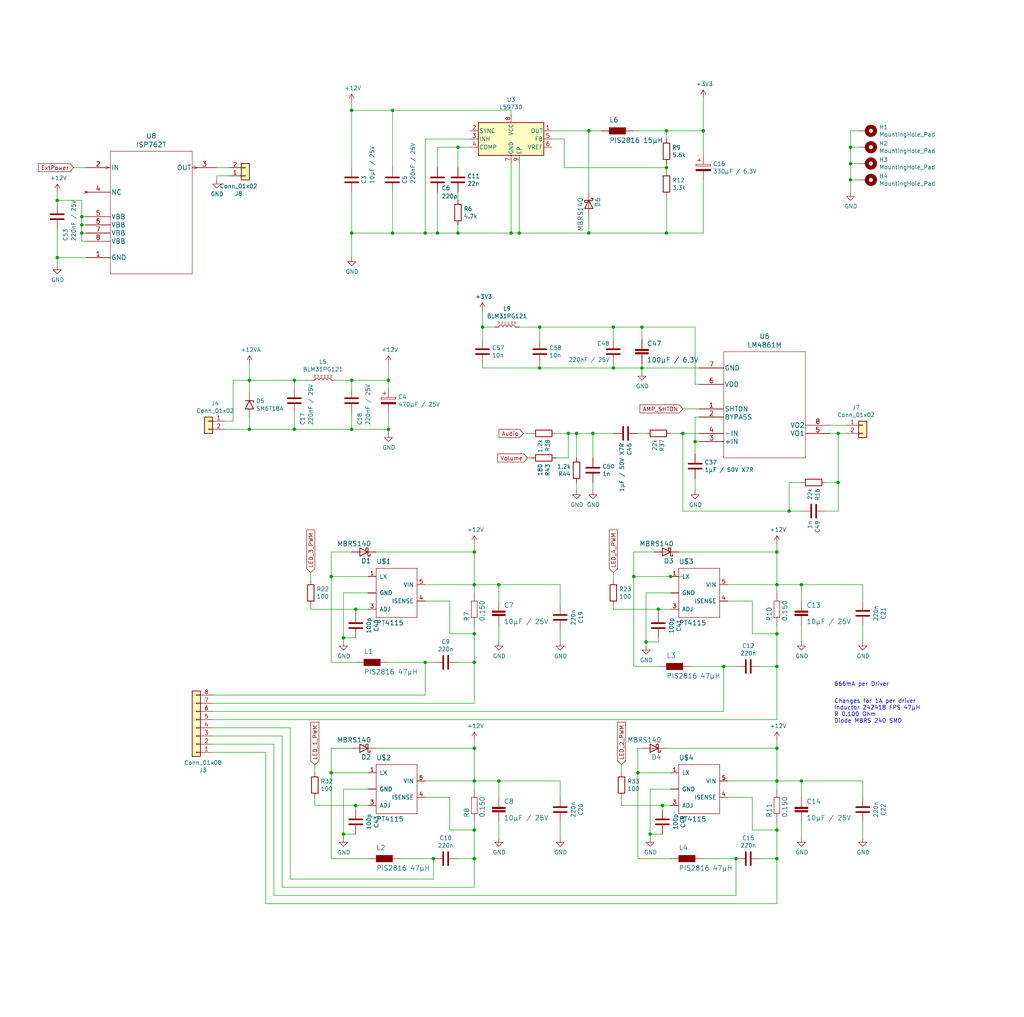
<source format=kicad_sch>
(kicad_sch (version 20230121) (generator eeschema)
  (paper "User" 318.084 315.874)
  (junction (at 147.32 196.85))
  (junction (at 176.53 134.62))
  (junction (at 184.15 134.62))
  (junction (at 77.47 133.35))
  (junction (at 241.3 207.01))
  (junction (at 135.89 72.39))
  (junction (at 207.01 52.07))
  (junction (at 77.47 118.11))
  (junction (at 241.3 181.61))
  (junction (at 109.22 34.29))
  (junction (at 190.5 114.3))
  (junction (at 25.4 67.31))
  (junction (at 102.87 240.03))
  (junction (at 241.3 171.45))
  (junction (at 224.79 207.01))
  (junction (at 215.9 137.16))
  (junction (at 25.4 69.85))
  (junction (at 149.86 101.6))
  (junction (at 17.78 80.01))
  (junction (at 154.94 181.61))
  (junction (at 190.5 101.6))
  (junction (at 200.66 199.39))
  (junction (at 167.64 101.6))
  (junction (at 142.24 45.72))
  (junction (at 199.39 101.6))
  (junction (at 212.09 134.62))
  (junction (at 260.35 134.62))
  (junction (at 102.87 179.07))
  (junction (at 167.64 114.3))
  (junction (at 109.22 72.39))
  (junction (at 218.44 40.64))
  (junction (at 121.92 72.39))
  (junction (at 208.28 179.07))
  (junction (at 207.01 72.39))
  (junction (at 207.01 40.64))
  (junction (at 241.3 266.7))
  (junction (at 228.6 266.7))
  (junction (at 264.16 45.72))
  (junction (at 147.32 257.81))
  (junction (at 110.49 189.23))
  (junction (at 158.75 72.39))
  (junction (at 241.3 232.41))
  (junction (at 205.74 250.19))
  (junction (at 17.78 62.23))
  (junction (at 120.65 118.11))
  (junction (at 147.32 205.74))
  (junction (at 91.44 133.35))
  (junction (at 260.35 149.86))
  (junction (at 121.92 34.29))
  (junction (at 109.22 133.35))
  (junction (at 196.85 179.07))
  (junction (at 154.94 242.57))
  (junction (at 147.32 242.57))
  (junction (at 147.32 232.41))
  (junction (at 179.07 134.62))
  (junction (at 132.08 72.39))
  (junction (at 199.39 114.3))
  (junction (at 147.32 181.61))
  (junction (at 204.47 189.23))
  (junction (at 142.24 72.39))
  (junction (at 120.65 133.35))
  (junction (at 161.29 72.39))
  (junction (at 25.4 72.39))
  (junction (at 106.68 198.12))
  (junction (at 264.16 50.8))
  (junction (at 147.32 266.7))
  (junction (at 132.08 205.74))
  (junction (at 248.92 242.57))
  (junction (at 109.22 118.11))
  (junction (at 248.92 181.61))
  (junction (at 182.88 72.39))
  (junction (at 201.93 259.08))
  (junction (at 110.49 250.19))
  (junction (at 198.12 240.03))
  (junction (at 134.62 266.7))
  (junction (at 241.3 196.85))
  (junction (at 106.68 259.08))
  (junction (at 245.11 158.75))
  (junction (at 241.3 257.81))
  (junction (at 147.32 171.45))
  (junction (at 91.44 118.11))
  (junction (at 264.16 55.88))
  (junction (at 241.3 242.57))
  (junction (at 182.88 40.64))
  (wire (pts (xy 248.92 194.31) (xy 248.92 199.39)))
  (wire (pts (xy 132.08 242.57) (xy 147.32 242.57)))
  (wire (pts (xy 142.24 59.69) (xy 142.24 62.23)))
  (wire (pts (xy 121.92 34.29) (xy 121.92 52.07)))
  (wire (pts (xy 208.28 266.7) (xy 198.12 266.7)))
  (wire (pts (xy 173.99 181.61) (xy 154.94 181.61)))
  (wire (pts (xy 233.68 247.65) (xy 226.06 247.65)))
  (wire (pts (xy 110.49 190.5) (xy 110.49 189.23)))
  (wire (pts (xy 173.99 255.27) (xy 173.99 260.35)))
  (wire (pts (xy 147.32 194.31) (xy 147.32 196.85)))
  (wire (pts (xy 248.92 181.61) (xy 241.3 181.61)))
  (wire (pts (xy 26.67 67.31) (xy 25.4 67.31)))
  (wire (pts (xy 241.3 184.15) (xy 241.3 181.61)))
  (wire (pts (xy 147.32 196.85) (xy 147.32 205.74)))
  (wire (pts (xy 66.04 220.98) (xy 224.79 220.98)))
  (wire (pts (xy 190.5 180.34) (xy 190.5 177.8)))
  (wire (pts (xy 109.22 128.27) (xy 109.22 133.35)))
  (wire (pts (xy 66.04 231.14) (xy 85.09 231.14)))
  (wire (pts (xy 215.9 129.54) (xy 215.9 137.16)))
  (wire (pts (xy 161.29 72.39) (xy 182.88 72.39)))
  (wire (pts (xy 97.79 250.19) (xy 97.79 247.65)))
  (wire (pts (xy 196.85 179.07) (xy 196.85 171.45)))
  (wire (pts (xy 116.84 171.45) (xy 147.32 171.45)))
  (wire (pts (xy 121.92 72.39) (xy 132.08 72.39)))
  (wire (pts (xy 226.06 242.57) (xy 241.3 242.57)))
  (wire (pts (xy 161.29 101.6) (xy 167.64 101.6)))
  (wire (pts (xy 267.97 194.31) (xy 267.97 199.39)))
  (wire (pts (xy 233.68 186.69) (xy 233.68 196.85)))
  (wire (pts (xy 205.74 259.08) (xy 201.93 259.08)))
  (wire (pts (xy 135.89 59.69) (xy 135.89 72.39)))
  (wire (pts (xy 102.87 232.41) (xy 109.22 232.41)))
  (wire (pts (xy 190.5 114.3) (xy 167.64 114.3)))
  (wire (pts (xy 149.86 105.41) (xy 149.86 101.6)))
  (wire (pts (xy 190.5 189.23) (xy 204.47 189.23)))
  (wire (pts (xy 264.16 55.88) (xy 266.7 55.88)))
  (wire (pts (xy 173.99 247.65) (xy 173.99 242.57)))
  (wire (pts (xy 207.01 40.64) (xy 218.44 40.64)))
  (wire (pts (xy 147.32 229.87) (xy 147.32 232.41)))
  (wire (pts (xy 215.9 140.97) (xy 215.9 137.16)))
  (wire (pts (xy 165.1 142.24) (xy 163.83 142.24)))
  (wire (pts (xy 114.3 245.11) (xy 106.68 245.11)))
  (wire (pts (xy 106.68 245.11) (xy 106.68 259.08)))
  (wire (pts (xy 256.54 149.86) (xy 260.35 149.86)))
  (wire (pts (xy 153.67 101.6) (xy 149.86 101.6)))
  (wire (pts (xy 173.99 187.96) (xy 173.99 181.61)))
  (wire (pts (xy 26.67 80.01) (xy 17.78 80.01)))
  (wire (pts (xy 114.3 179.07) (xy 102.87 179.07)))
  (wire (pts (xy 72.39 118.11) (xy 77.47 118.11)))
  (wire (pts (xy 91.44 128.27) (xy 91.44 133.35)))
  (wire (pts (xy 139.7 247.65) (xy 132.08 247.65)))
  (wire (pts (xy 154.94 247.65) (xy 154.94 242.57)))
  (wire (pts (xy 17.78 62.23) (xy 25.4 62.23)))
  (wire (pts (xy 233.68 196.85) (xy 241.3 196.85)))
  (wire (pts (xy 158.75 35.56) (xy 158.75 34.29)))
  (wire (pts (xy 198.12 266.7) (xy 198.12 240.03)))
  (wire (pts (xy 110.49 198.12) (xy 106.68 198.12)))
  (wire (pts (xy 207.01 43.18) (xy 207.01 40.64)))
  (wire (pts (xy 104.14 118.11) (xy 109.22 118.11)))
  (wire (pts (xy 114.3 266.7) (xy 102.87 266.7)))
  (wire (pts (xy 233.68 257.81) (xy 233.68 247.65)))
  (wire (pts (xy 217.17 114.3) (xy 199.39 114.3)))
  (wire (pts (xy 262.89 134.62) (xy 260.35 134.62)))
  (wire (pts (xy 109.22 120.65) (xy 109.22 118.11)))
  (wire (pts (xy 172.72 142.24) (xy 176.53 142.24)))
  (wire (pts (xy 69.85 130.81) (xy 72.39 130.81)))
  (wire (pts (xy 77.47 133.35) (xy 91.44 133.35)))
  (wire (pts (xy 205.74 251.46) (xy 205.74 250.19)))
  (wire (pts (xy 102.87 240.03) (xy 102.87 266.7)))
  (wire (pts (xy 114.3 240.03) (xy 102.87 240.03)))
  (wire (pts (xy 241.3 257.81) (xy 233.68 257.81)))
  (wire (pts (xy 147.32 257.81) (xy 147.32 266.7)))
  (wire (pts (xy 67.31 54.61) (xy 71.12 54.61)))
  (wire (pts (xy 120.65 118.11) (xy 120.65 120.65)))
  (wire (pts (xy 193.04 250.19) (xy 193.04 247.65)))
  (wire (pts (xy 66.04 228.6) (xy 87.63 228.6)))
  (wire (pts (xy 90.17 273.05) (xy 134.62 273.05)))
  (wire (pts (xy 260.35 158.75) (xy 260.35 149.86)))
  (wire (pts (xy 186.69 40.64) (xy 182.88 40.64)))
  (wire (pts (xy 102.87 179.07) (xy 102.87 205.74)))
  (wire (pts (xy 199.39 114.3) (xy 199.39 115.57)))
  (wire (pts (xy 154.94 186.69) (xy 154.94 181.61)))
  (wire (pts (xy 149.86 101.6) (xy 149.86 96.52)))
  (wire (pts (xy 77.47 118.11) (xy 91.44 118.11)))
  (wire (pts (xy 190.5 105.41) (xy 190.5 101.6)))
  (wire (pts (xy 241.3 245.11) (xy 241.3 242.57)))
  (wire (pts (xy 132.08 72.39) (xy 135.89 72.39)))
  (wire (pts (xy 25.4 69.85) (xy 25.4 67.31)))
  (wire (pts (xy 212.09 158.75) (xy 212.09 134.62)))
  (wire (pts (xy 175.26 52.07) (xy 207.01 52.07)))
  (wire (pts (xy 26.67 69.85) (xy 25.4 69.85)))
  (wire (pts (xy 161.29 50.8) (xy 161.29 72.39)))
  (wire (pts (xy 182.88 67.31) (xy 182.88 72.39)))
  (wire (pts (xy 154.94 255.27) (xy 154.94 260.35)))
  (wire (pts (xy 110.49 251.46) (xy 110.49 250.19)))
  (wire (pts (xy 147.32 184.15) (xy 147.32 181.61)))
  (wire (pts (xy 120.65 128.27) (xy 120.65 133.35)))
  (wire (pts (xy 214.63 207.01) (xy 224.79 207.01)))
  (wire (pts (xy 241.3 223.52) (xy 241.3 207.01)))
  (wire (pts (xy 190.5 187.96) (xy 190.5 189.23)))
  (wire (pts (xy 158.75 72.39) (xy 161.29 72.39)))
  (wire (pts (xy 226.06 186.69) (xy 233.68 186.69)))
  (wire (pts (xy 147.32 196.85) (xy 139.7 196.85)))
  (wire (pts (xy 199.39 113.03) (xy 199.39 114.3)))
  (wire (pts (xy 121.92 34.29) (xy 109.22 34.29)))
  (wire (pts (xy 207.01 72.39) (xy 218.44 72.39)))
  (wire (pts (xy 109.22 59.69) (xy 109.22 72.39)))
  (wire (pts (xy 215.9 152.4) (xy 215.9 148.59)))
  (wire (pts (xy 204.47 190.5) (xy 204.47 189.23)))
  (wire (pts (xy 267.97 242.57) (xy 267.97 247.65)))
  (wire (pts (xy 200.66 199.39) (xy 200.66 200.66)))
  (wire (pts (xy 175.26 43.18) (xy 175.26 52.07)))
  (wire (pts (xy 17.78 71.12) (xy 17.78 80.01)))
  (wire (pts (xy 102.87 179.07) (xy 102.87 171.45)))
  (wire (pts (xy 154.94 242.57) (xy 147.32 242.57)))
  (wire (pts (xy 264.16 45.72) (xy 266.7 45.72)))
  (wire (pts (xy 132.08 205.74) (xy 132.08 215.9)))
  (wire (pts (xy 212.09 134.62) (xy 217.17 134.62)))
  (wire (pts (xy 71.12 52.07) (xy 67.31 52.07)))
  (wire (pts (xy 215.9 137.16) (xy 217.17 137.16)))
  (wire (pts (xy 114.3 189.23) (xy 110.49 189.23)))
  (wire (pts (xy 66.04 226.06) (xy 90.17 226.06)))
  (wire (pts (xy 208.28 179.07) (xy 196.85 179.07)))
  (wire (pts (xy 182.88 72.39) (xy 207.01 72.39)))
  (wire (pts (xy 96.52 180.34) (xy 96.52 177.8)))
  (wire (pts (xy 201.93 245.11) (xy 201.93 259.08)))
  (wire (pts (xy 218.44 266.7) (xy 228.6 266.7)))
  (wire (pts (xy 245.11 158.75) (xy 212.09 158.75)))
  (wire (pts (xy 147.32 232.41) (xy 147.32 242.57)))
  (wire (pts (xy 87.63 228.6) (xy 87.63 275.59)))
  (wire (pts (xy 267.97 186.69) (xy 267.97 181.61)))
  (wire (pts (xy 120.65 133.35) (xy 120.65 134.62)))
  (wire (pts (xy 97.79 240.03) (xy 97.79 237.49)))
  (wire (pts (xy 184.15 152.4) (xy 184.15 149.86)))
  (wire (pts (xy 17.78 80.01) (xy 17.78 82.55)))
  (wire (pts (xy 67.31 55.88) (xy 67.31 54.61)))
  (wire (pts (xy 25.4 67.31) (xy 25.4 62.23)))
  (wire (pts (xy 208.28 134.62) (xy 212.09 134.62)))
  (wire (pts (xy 66.04 233.68) (xy 82.55 233.68)))
  (wire (pts (xy 217.17 119.38) (xy 215.9 119.38)))
  (wire (pts (xy 109.22 31.75) (xy 109.22 34.29)))
  (wire (pts (xy 154.94 194.31) (xy 154.94 199.39)))
  (wire (pts (xy 110.49 205.74) (xy 102.87 205.74)))
  (wire (pts (xy 204.47 198.12) (xy 204.47 199.39)))
  (wire (pts (xy 121.92 34.29) (xy 158.75 34.29)))
  (wire (pts (xy 116.84 232.41) (xy 147.32 232.41)))
  (wire (pts (xy 132.08 181.61) (xy 147.32 181.61)))
  (wire (pts (xy 121.92 72.39) (xy 109.22 72.39)))
  (wire (pts (xy 171.45 43.18) (xy 175.26 43.18)))
  (wire (pts (xy 147.32 255.27) (xy 147.32 257.81)))
  (wire (pts (xy 241.3 257.81) (xy 241.3 266.7)))
  (wire (pts (xy 248.92 158.75) (xy 245.11 158.75)))
  (wire (pts (xy 218.44 48.26) (xy 218.44 40.64)))
  (wire (pts (xy 241.3 232.41) (xy 241.3 242.57)))
  (wire (pts (xy 179.07 134.62) (xy 184.15 134.62)))
  (wire (pts (xy 264.16 55.88) (xy 264.16 50.8)))
  (wire (pts (xy 241.3 196.85) (xy 241.3 207.01)))
  (wire (pts (xy 135.89 72.39) (xy 142.24 72.39)))
  (wire (pts (xy 147.32 171.45) (xy 147.32 181.61)))
  (wire (pts (xy 91.44 118.11) (xy 96.52 118.11)))
  (wire (pts (xy 120.65 205.74) (xy 132.08 205.74)))
  (wire (pts (xy 190.5 113.03) (xy 190.5 114.3)))
  (wire (pts (xy 218.44 30.48) (xy 218.44 40.64)))
  (wire (pts (xy 142.24 72.39) (xy 158.75 72.39)))
  (wire (pts (xy 201.93 260.35) (xy 201.93 259.08)))
  (wire (pts (xy 205.74 250.19) (xy 208.28 250.19)))
  (wire (pts (xy 196.85 40.64) (xy 207.01 40.64)))
  (wire (pts (xy 146.05 43.18) (xy 132.08 43.18)))
  (wire (pts (xy 139.7 257.81) (xy 139.7 247.65)))
  (wire (pts (xy 167.64 113.03) (xy 167.64 114.3)))
  (wire (pts (xy 82.55 233.68) (xy 82.55 280.67)))
  (wire (pts (xy 167.64 105.41) (xy 167.64 101.6)))
  (wire (pts (xy 171.45 40.64) (xy 182.88 40.64)))
  (wire (pts (xy 132.08 43.18) (xy 132.08 72.39)))
  (wire (pts (xy 245.11 158.75) (xy 245.11 149.86)))
  (wire (pts (xy 260.35 134.62) (xy 257.81 134.62)))
  (wire (pts (xy 91.44 120.65) (xy 91.44 118.11)))
  (wire (pts (xy 25.4 74.93) (xy 25.4 72.39)))
  (wire (pts (xy 110.49 250.19) (xy 114.3 250.19)))
  (wire (pts (xy 210.82 171.45) (xy 241.3 171.45)))
  (wire (pts (xy 109.22 133.35) (xy 120.65 133.35)))
  (wire (pts (xy 217.17 129.54) (xy 215.9 129.54)))
  (wire (pts (xy 85.09 278.13) (xy 228.6 278.13)))
  (wire (pts (xy 132.08 215.9) (xy 66.04 215.9)))
  (wire (pts (xy 85.09 231.14) (xy 85.09 278.13)))
  (wire (pts (xy 208.28 245.11) (xy 201.93 245.11)))
  (wire (pts (xy 120.65 113.03) (xy 120.65 118.11)))
  (wire (pts (xy 193.04 250.19) (xy 205.74 250.19)))
  (wire (pts (xy 204.47 189.23) (xy 208.28 189.23)))
  (wire (pts (xy 204.47 199.39) (xy 200.66 199.39)))
  (wire (pts (xy 241.3 207.01) (xy 236.22 207.01)))
  (wire (pts (xy 96.52 187.96) (xy 96.52 189.23)))
  (wire (pts (xy 203.2 171.45) (xy 196.85 171.45)))
  (wire (pts (xy 142.24 52.07) (xy 142.24 45.72)))
  (wire (pts (xy 87.63 275.59) (xy 147.32 275.59)))
  (wire (pts (xy 90.17 226.06) (xy 90.17 273.05)))
  (wire (pts (xy 17.78 63.5) (xy 17.78 62.23)))
  (wire (pts (xy 147.32 168.91) (xy 147.32 171.45)))
  (wire (pts (xy 91.44 133.35) (xy 109.22 133.35)))
  (wire (pts (xy 139.7 186.69) (xy 132.08 186.69)))
  (wire (pts (xy 132.08 205.74) (xy 134.62 205.74)))
  (wire (pts (xy 267.97 260.35) (xy 267.97 255.27)))
  (wire (pts (xy 248.92 247.65) (xy 248.92 242.57)))
  (wire (pts (xy 226.06 181.61) (xy 241.3 181.61)))
  (wire (pts (xy 134.62 273.05) (xy 134.62 266.7)))
  (wire (pts (xy 248.92 255.27) (xy 248.92 260.35)))
  (wire (pts (xy 267.97 181.61) (xy 248.92 181.61)))
  (wire (pts (xy 77.47 121.92) (xy 77.47 118.11)))
  (wire (pts (xy 208.28 184.15) (xy 200.66 184.15)))
  (wire (pts (xy 207.01 232.41) (xy 241.3 232.41)))
  (wire (pts (xy 190.5 101.6) (xy 199.39 101.6)))
  (wire (pts (xy 149.86 114.3) (xy 149.86 113.03)))
  (wire (pts (xy 142.24 69.85) (xy 142.24 72.39)))
  (wire (pts (xy 264.16 45.72) (xy 264.16 40.64)))
  (wire (pts (xy 200.66 184.15) (xy 200.66 199.39)))
  (wire (pts (xy 66.04 218.44) (xy 147.32 218.44)))
  (wire (pts (xy 77.47 133.35) (xy 69.85 133.35)))
  (wire (pts (xy 22.86 52.07) (xy 26.67 52.07)))
  (wire (pts (xy 200.66 134.62) (xy 198.12 134.62)))
  (wire (pts (xy 173.99 199.39) (xy 173.99 195.58)))
  (wire (pts (xy 212.09 127) (xy 217.17 127)))
  (wire (pts (xy 142.24 45.72) (xy 146.05 45.72)))
  (wire (pts (xy 207.01 60.96) (xy 207.01 72.39)))
  (wire (pts (xy 241.3 255.27) (xy 241.3 257.81)))
  (wire (pts (xy 102.87 240.03) (xy 102.87 232.41)))
  (wire (pts (xy 172.72 134.62) (xy 176.53 134.62)))
  (wire (pts (xy 72.39 130.81) (xy 72.39 118.11)))
  (wire (pts (xy 110.49 259.08) (xy 106.68 259.08)))
  (wire (pts (xy 134.62 266.7) (xy 124.46 266.7)))
  (wire (pts (xy 147.32 245.11) (xy 147.32 242.57)))
  (wire (pts (xy 215.9 101.6) (xy 215.9 119.38)))
  (wire (pts (xy 109.22 118.11) (xy 120.65 118.11)))
  (wire (pts (xy 241.3 266.7) (xy 236.22 266.7)))
  (wire (pts (xy 248.92 242.57) (xy 267.97 242.57)))
  (wire (pts (xy 241.3 171.45) (xy 241.3 181.61)))
  (wire (pts (xy 142.24 266.7) (xy 147.32 266.7)))
  (wire (pts (xy 17.78 62.23) (xy 17.78 59.69)))
  (wire (pts (xy 179.07 149.86) (xy 179.07 152.4)))
  (wire (pts (xy 260.35 149.86) (xy 260.35 134.62)))
  (wire (pts (xy 139.7 196.85) (xy 139.7 186.69)))
  (wire (pts (xy 109.22 34.29) (xy 109.22 52.07)))
  (wire (pts (xy 114.3 184.15) (xy 106.68 184.15)))
  (wire (pts (xy 264.16 59.69) (xy 264.16 55.88)))
  (wire (pts (xy 248.92 186.69) (xy 248.92 181.61)))
  (wire (pts (xy 256.54 158.75) (xy 260.35 158.75)))
  (wire (pts (xy 167.64 101.6) (xy 190.5 101.6)))
  (wire (pts (xy 135.89 52.07) (xy 135.89 45.72)))
  (wire (pts (xy 264.16 50.8) (xy 266.7 50.8)))
  (wire (pts (xy 66.04 223.52) (xy 241.3 223.52)))
  (wire (pts (xy 224.79 220.98) (xy 224.79 207.01)))
  (wire (pts (xy 25.4 72.39) (xy 25.4 69.85)))
  (wire (pts (xy 198.12 240.03) (xy 198.12 232.41)))
  (wire (pts (xy 77.47 118.11) (xy 77.47 113.03)))
  (wire (pts (xy 208.28 240.03) (xy 198.12 240.03)))
  (wire (pts (xy 158.75 50.8) (xy 158.75 72.39)))
  (wire (pts (xy 190.5 114.3) (xy 199.39 114.3)))
  (wire (pts (xy 167.64 114.3) (xy 149.86 114.3)))
  (wire (pts (xy 241.3 280.67) (xy 241.3 266.7)))
  (wire (pts (xy 106.68 184.15) (xy 106.68 198.12)))
  (wire (pts (xy 97.79 250.19) (xy 110.49 250.19)))
  (wire (pts (xy 184.15 142.24) (xy 184.15 134.62)))
  (wire (pts (xy 264.16 40.64) (xy 266.7 40.64)))
  (wire (pts (xy 204.47 207.01) (xy 196.85 207.01)))
  (wire (pts (xy 82.55 280.67) (xy 241.3 280.67)))
  (wire (pts (xy 154.94 181.61) (xy 147.32 181.61)))
  (wire (pts (xy 26.67 74.93) (xy 25.4 74.93)))
  (wire (pts (xy 106.68 198.12) (xy 106.68 199.39)))
  (wire (pts (xy 147.32 205.74) (xy 142.24 205.74)))
  (wire (pts (xy 176.53 142.24) (xy 176.53 134.62)))
  (wire (pts (xy 248.92 242.57) (xy 241.3 242.57)))
  (wire (pts (xy 241.3 168.91) (xy 241.3 171.45)))
  (wire (pts (xy 147.32 257.81) (xy 139.7 257.81)))
  (wire (pts (xy 199.39 232.41) (xy 198.12 232.41)))
  (wire (pts (xy 135.89 45.72) (xy 142.24 45.72)))
  (wire (pts (xy 218.44 55.88) (xy 218.44 72.39)))
  (wire (pts (xy 147.32 275.59) (xy 147.32 266.7)))
  (wire (pts (xy 207.01 52.07) (xy 207.01 53.34)))
  (wire (pts (xy 241.3 229.87) (xy 241.3 232.41)))
  (wire (pts (xy 228.6 278.13) (xy 228.6 266.7)))
  (wire (pts (xy 199.39 101.6) (xy 215.9 101.6)))
  (wire (pts (xy 121.92 59.69) (xy 121.92 72.39)))
  (wire (pts (xy 102.87 171.45) (xy 109.22 171.45)))
  (wire (pts (xy 224.79 207.01) (xy 228.6 207.01)))
  (wire (pts (xy 182.88 59.69) (xy 182.88 40.64)))
  (wire (pts (xy 248.92 149.86) (xy 245.11 149.86)))
  (wire (pts (xy 109.22 72.39) (xy 109.22 80.01)))
  (wire (pts (xy 173.99 242.57) (xy 154.94 242.57)))
  (wire (pts (xy 165.1 134.62) (xy 162.56 134.62)))
  (wire (pts (xy 176.53 134.62) (xy 179.07 134.62)))
  (wire (pts (xy 212.09 179.07) (xy 208.28 179.07)))
  (wire (pts (xy 110.49 189.23) (xy 96.52 189.23)))
  (wire (pts (xy 241.3 194.31) (xy 241.3 196.85)))
  (wire (pts (xy 264.16 50.8) (xy 264.16 45.72)))
  (wire (pts (xy 207.01 50.8) (xy 207.01 52.07)))
  (wire (pts (xy 179.07 142.24) (xy 179.07 134.62)))
  (wire (pts (xy 26.67 72.39) (xy 25.4 72.39)))
  (wire (pts (xy 262.89 132.08) (xy 257.81 132.08)))
  (wire (pts (xy 196.85 179.07) (xy 196.85 207.01)))
  (wire (pts (xy 106.68 259.08) (xy 106.68 260.35)))
  (wire (pts (xy 77.47 129.54) (xy 77.47 133.35)))
  (wire (pts (xy 184.15 134.62) (xy 190.5 134.62)))
  (wire (pts (xy 193.04 240.03) (xy 193.04 237.49)))
  (wire (pts (xy 147.32 218.44) (xy 147.32 205.74)))
  (wire (pts (xy 199.39 105.41) (xy 199.39 101.6)))
  (text "Changes for 1A per driver\nInductor 242418 FPS 47µH\nR 0.100 Ohm\nDiode MBRS 240 SMD" (at 259.08 224.79 0) (effects (font (size 1.27 1.27)) (justify left bottom)))
  (text "666mA per Driver " (at 259.08 213.36 0) (effects (font (size 1.27 1.27)) (justify left bottom)))
  (global_label "AMP_SHTDN" (shape input) (at 212.09 127 180) (property "Intersheetrefs" "${INTERSHEET_REFS}" (effects hide)))
  (global_label "LED_1_PWM" (shape input) (at 97.79 237.49 90) (property "Intersheetrefs" "${INTERSHEET_REFS}" (effects hide)))
  (global_label "LED_3_PWM" (shape input) (at 96.52 177.8 90) (property "Intersheetrefs" "${INTERSHEET_REFS}" (effects hide)))
  (global_label "ExtPower" (shape input) (at 22.86 52.07 180) (property "Intersheetrefs" "${INTERSHEET_REFS}" (effects hide)))
  (global_label "Audio" (shape input) (at 162.56 134.62 180) (property "Intersheetrefs" "${INTERSHEET_REFS}" (effects hide)))
  (global_label "LED_4_PWM" (shape input) (at 190.5 177.8 90) (property "Intersheetrefs" "${INTERSHEET_REFS}" (effects hide)))
  (global_label "LED_2_PWM" (shape input) (at 193.04 237.49 90) (property "Intersheetrefs" "${INTERSHEET_REFS}" (effects hide)))
  (global_label "Volume" (shape input) (at 163.83 142.24 180) (property "Intersheetrefs" "${INTERSHEET_REFS}" (effects hide)))
  (symbol (lib_id "RGBW-Lampe-eagle-import:C-EUC0805") (at 154.94 189.23 0) (unit 1)
    (property "Reference" "C7" (at 156.464 188.849 0) (effects (font (size 1.4986 1.4986)) (justify left bottom)))
    (property "Value" "10µF / 25V" (at 156.464 193.929 0) (effects (font (size 1.4986 1.4986)) (justify left bottom)))
    (property "Footprint" "Capacitor_SMD:C_1206_3216Metric" (effects hide))
  )
  (symbol (lib_id "Diode:B230") (at 113.03 171.45 180) (unit 1)
    (property "Reference" "D1" (at 115.316 173.355 0) (effects (font (size 1.4986 1.4986)) (justify left bottom)))
    (property "Value" "MBRS140" (at 115.316 168.021 0) (effects (font (size 1.4986 1.4986)) (justify left bottom)))
    (property "Footprint" "Diode_SMD:D_SMB" (effects hide))
  )
  (symbol (lib_id "RGBW-Lampe-eagle-import:C-EUC0805") (at 248.92 189.23 0) (unit 1)
    (property "Reference" "C13" (at 250.444 188.849 0) (effects (font (size 1.4986 1.4986)) (justify left bottom)))
    (property "Value" "10µF / 25V" (at 250.444 193.929 0) (effects (font (size 1.4986 1.4986)) (justify left bottom)))
    (property "Footprint" "Capacitor_SMD:C_1206_3216Metric" (effects hide))
  )
  (symbol (lib_id "RGBW-Lampe-eagle-import:C-EUC0805") (at 248.92 250.19 0) (unit 1)
    (property "Reference" "C14" (at 250.444 249.809 0) (effects (font (size 1.4986 1.4986)) (justify left bottom)))
    (property "Value" "10µF / 25V" (at 250.444 254.889 0) (effects (font (size 1.4986 1.4986)) (justify left bottom)))
    (property "Footprint" "Capacitor_SMD:C_1206_3216Metric" (effects hide))
  )
  (symbol (lib_id "RGBW-Lampe-eagle-import:PIS2816") (at 213.36 266.7 0) (unit 1)
    (property "Reference" "L4" (at 210.82 264.16 0) (effects (font (size 1.4986 1.4986)) (justify left bottom)))
    (property "Value" "PIS2816 47µH" (at 210.82 270.51 0) (effects (font (size 1.4986 1.4986)) (justify left bottom)))
    (property "Footprint" "RGBW-Lampe:PIS2816" (effects hide))
  )
  (symbol (lib_id "RGBW-Lampe-eagle-import:R-EU_R1210") (at 147.32 189.23 90) (unit 1)
    (property "Reference" "R7" (at 145.8214 193.04 0) (effects (font (size 1.4986 1.4986)) (justify left bottom)))
    (property "Value" "0.150" (at 150.622 193.04 0) (effects (font (size 1.4986 1.4986)) (justify left bottom)))
    (property "Footprint" "Resistor_SMD:R_1210_3225Metric" (effects hide))
  )
  (symbol (lib_id "Regulator_Switching:L5973D") (at 158.75 43.18 0) (unit 1)
    (property "Reference" "U3" (at 158.75 30.9626 0))
    (property "Value" "L5973D" (at 158.75 33.274 0))
    (property "Footprint" "Package_SO:HSOP-8-1EP_3.9x4.9mm_P1.27mm_EP2.41x3.1mm_ThermalVias" (effects hide))
    (property "Datasheet" "http://www.st.com/resource/en/datasheet/l5973d.pdf" (effects hide))
  )
  (symbol (lib_id "power:+12V") (at 109.22 31.75 0) (unit 1)
    (property "Reference" "#PWR0120" (effects hide))
    (property "Value" "+12V" (at 109.601 27.3558 0))
  )
  (symbol (lib_id "power:+12V") (at 147.32 229.87 0) (unit 1)
    (property "Reference" "#PWR0121" (effects hide))
    (property "Value" "+12V" (at 147.701 225.4758 0))
  )
  (symbol (lib_id "RGBW-Lampe-rescue:+3.3V-power") (at 218.44 30.48 0) (unit 1)
    (property "Reference" "#PWR0122" (effects hide))
    (property "Value" "+3.3V" (at 218.821 26.0858 0))
  )
  (symbol (lib_id "RGBW-Lampe-eagle-import:PIS2816") (at 191.77 40.64 0) (unit 1)
    (property "Reference" "L6" (at 189.23 38.1 0) (effects (font (size 1.4986 1.4986)) (justify left bottom)))
    (property "Value" "PIS2816 15µH" (at 189.23 44.45 0) (effects (font (size 1.4986 1.4986)) (justify left bottom)))
    (property "Footprint" "RGBW-Lampe:PIS2816" (effects hide))
  )
  (symbol (lib_id "Device:R") (at 207.01 46.99 0) (unit 1)
    (property "Reference" "R9" (at 208.788 45.8216 0) (effects (justify left)))
    (property "Value" "5.6k" (at 208.788 48.133 0) (effects (justify left)))
    (property "Footprint" "Resistor_SMD:R_0805_2012Metric" (effects hide))
  )
  (symbol (lib_id "Device:R") (at 207.01 57.15 0) (unit 1)
    (property "Reference" "R12" (at 208.788 55.9816 0) (effects (justify left)))
    (property "Value" "3.3k" (at 208.788 58.293 0) (effects (justify left)))
    (property "Footprint" "Resistor_SMD:R_0805_2012Metric" (effects hide))
  )
  (symbol (lib_id "Device:R") (at 142.24 66.04 0) (unit 1)
    (property "Reference" "R6" (at 144.018 64.8716 0) (effects (justify left)))
    (property "Value" "4.7k" (at 144.018 67.183 0) (effects (justify left)))
    (property "Footprint" "Resistor_SMD:R_0805_2012Metric" (effects hide))
  )
  (symbol (lib_id "RGBW-Lampe-rescue:CP-Device") (at 218.44 52.07 0) (unit 1)
    (property "Reference" "C16" (at 221.4372 50.9016 0) (effects (justify left)))
    (property "Value" "330µF / 6.3V" (at 221.4372 53.213 0) (effects (justify left)))
    (property "Footprint" "Capacitor_THT:CP_Radial_D6.3mm_P2.50mm" (effects hide))
  )
  (symbol (lib_id "RGBW-Lampe-rescue:CP-Device") (at 120.65 124.46 0) (unit 1)
    (property "Reference" "C4" (at 123.6472 123.2916 0) (effects (justify left)))
    (property "Value" "470µF / 25V" (at 123.6472 125.603 0) (effects (justify left)))
    (property "Footprint" "Capacitor_THT:CP_Radial_D8.0mm_P3.50mm" (effects hide))
  )
  (symbol (lib_id "power:GND") (at 109.22 80.01 0) (unit 1)
    (property "Reference" "#PWR0130" (effects hide))
    (property "Value" "GND" (at 109.347 84.4042 0))
  )
  (symbol (lib_id "Device:C") (at 142.24 55.88 0) (unit 1)
    (property "Reference" "C11" (at 145.161 54.7116 0) (effects (justify left)))
    (property "Value" "22n" (at 145.161 57.023 0) (effects (justify left)))
    (property "Footprint" "Capacitor_SMD:C_0603_1608Metric" (effects hide))
  )
  (symbol (lib_id "Device:C") (at 135.89 55.88 0) (unit 1)
    (property "Reference" "C6" (at 137.16 58.42 0) (effects (justify left)))
    (property "Value" "220p" (at 137.16 60.96 0) (effects (justify left)))
    (property "Footprint" "Capacitor_SMD:C_0603_1608Metric" (effects hide))
  )
  (symbol (lib_id "Device:C") (at 109.22 55.88 0) (unit 1)
    (property "Reference" "C3" (at 113.03 57.15 90) (effects (justify left)))
    (property "Value" "10µF / 25V" (at 115.57 57.15 90) (effects (justify left)))
    (property "Footprint" "Capacitor_SMD:C_1206_3216Metric" (effects hide))
  )
  (symbol (lib_id "Device:C") (at 121.92 55.88 180) (unit 1)
    (property "Reference" "C5" (at 125.73 57.15 90) (effects (justify right)))
    (property "Value" "220nF / 25V" (at 128.27 57.15 90) (effects (justify right)))
    (property "Footprint" "Capacitor_SMD:C_0603_1608Metric" (effects hide))
  )
  (symbol (lib_id "Diode:B230") (at 207.01 171.45 180) (unit 1)
    (property "Reference" "D3" (at 209.296 173.355 0) (effects (font (size 1.4986 1.4986)) (justify left bottom)))
    (property "Value" "MBRS140" (at 209.296 168.021 0) (effects (font (size 1.4986 1.4986)) (justify left bottom)))
    (property "Footprint" "Diode_SMD:D_SMB" (effects hide))
  )
  (symbol (lib_id "Diode:B230") (at 182.88 63.5 270) (unit 1)
    (property "Reference" "D6" (at 184.785 61.214 0) (effects (font (size 1.4986 1.4986)) (justify left bottom)))
    (property "Value" "MBRS140" (at 179.451 61.214 0) (effects (font (size 1.4986 1.4986)) (justify left bottom)))
    (property "Footprint" "Diode_SMD:D_SMB" (effects hide))
  )
  (symbol (lib_id "Diode:B230") (at 113.03 232.41 180) (unit 1)
    (property "Reference" "D2" (at 115.316 234.315 0) (effects (font (size 1.4986 1.4986)) (justify left bottom)))
    (property "Value" "MBRS140" (at 115.316 228.981 0) (effects (font (size 1.4986 1.4986)) (justify left bottom)))
    (property "Footprint" "Diode_SMD:D_SMB" (effects hide))
  )
  (symbol (lib_id "Diode:B230") (at 203.2 232.41 180) (unit 1)
    (property "Reference" "D4" (at 205.486 234.315 0) (effects (font (size 1.4986 1.4986)) (justify left bottom)))
    (property "Value" "MBRS140" (at 205.486 228.981 0) (effects (font (size 1.4986 1.4986)) (justify left bottom)))
    (property "Footprint" "Diode_SMD:D_SMB" (effects hide))
  )
  (symbol (lib_id "RGBW-Lampe-rescue:SM6T18A-Diode") (at 77.47 125.73 270) (unit 1)
    (property "Reference" "D5" (at 79.502 124.5616 90) (effects (justify left)))
    (property "Value" "SM6T18A" (at 79.502 126.873 90) (effects (justify left)))
    (property "Footprint" "Diode_SMD:D_SMB" (effects hide))
    (property "Datasheet" "https://www.st.com/resource/en/datasheet/sm6t.pdf" (effects hide))
  )
  (symbol (lib_id "power:+12V") (at 120.65 113.03 0) (unit 1)
    (property "Reference" "#PWR0139" (effects hide))
    (property "Value" "+12V" (at 121.031 108.6358 0))
  )
  (symbol (lib_id "Mechanical:MountingHole_Pad") (at 269.24 55.88 270) (unit 1)
    (property "Reference" "H4" (at 273.05 54.7116 90) (effects (justify left)))
    (property "Value" "MountingHole_Pad" (at 273.05 57.023 90) (effects (justify left)))
    (property "Footprint" "MountingHole:MountingHole_3.2mm_M3_DIN965_Pad" (effects hide))
  )
  (symbol (lib_id "power:GND") (at 248.92 199.39 0) (unit 1)
    (property "Reference" "#PWR0140" (effects hide))
    (property "Value" "GND" (at 249.047 203.7842 0))
  )
  (symbol (lib_id "power:GND") (at 248.92 260.35 0) (unit 1)
    (property "Reference" "#PWR0141" (effects hide))
    (property "Value" "GND" (at 249.047 264.7442 0))
  )
  (symbol (lib_id "Device:C") (at 109.22 124.46 180) (unit 1)
    (property "Reference" "C18" (at 111.76 132.08 90) (effects (justify right)))
    (property "Value" "220nF / 25V" (at 114.3 132.08 90) (effects (justify right)))
    (property "Footprint" "Capacitor_SMD:C_0603_1608Metric" (effects hide))
  )
  (symbol (lib_id "Device:C") (at 91.44 124.46 180) (unit 1)
    (property "Reference" "C17" (at 93.98 132.08 90) (effects (justify right)))
    (property "Value" "220nF / 25V" (at 96.52 132.08 90) (effects (justify right)))
    (property "Footprint" "Capacitor_SMD:C_0603_1608Metric" (effects hide))
  )
  (symbol (lib_id "power:GND") (at 106.68 260.35 0) (unit 1)
    (property "Reference" "#PWR0149" (effects hide))
    (property "Value" "GND" (at 106.807 264.7442 0))
  )
  (symbol (lib_id "Mechanical:MountingHole_Pad") (at 269.24 50.8 270) (unit 1)
    (property "Reference" "H3" (at 273.05 49.6316 90) (effects (justify left)))
    (property "Value" "MountingHole_Pad" (at 273.05 51.943 90) (effects (justify left)))
    (property "Footprint" "MountingHole:MountingHole_3.2mm_M3_DIN965_Pad" (effects hide))
  )
  (symbol (lib_id "Mechanical:MountingHole_Pad") (at 269.24 45.72 270) (unit 1)
    (property "Reference" "H2" (at 273.05 44.5516 90) (effects (justify left)))
    (property "Value" "MountingHole_Pad" (at 273.05 46.863 90) (effects (justify left)))
    (property "Footprint" "MountingHole:MountingHole_3.2mm_M3_DIN965_Pad" (effects hide))
  )
  (symbol (lib_id "Mechanical:MountingHole_Pad") (at 269.24 40.64 270) (unit 1)
    (property "Reference" "H1" (at 273.05 39.4716 90) (effects (justify left)))
    (property "Value" "MountingHole_Pad" (at 273.05 41.783 90) (effects (justify left)))
    (property "Footprint" "MountingHole:MountingHole_3.2mm_M3_DIN965_Pad" (effects hide))
  )
  (symbol (lib_id "power:GND") (at 264.16 59.69 0) (unit 1)
    (property "Reference" "#PWR0157" (effects hide))
    (property "Value" "GND" (at 264.287 64.0842 0))
  )
  (symbol (lib_id "Device:C") (at 110.49 255.27 180) (unit 1)
    (property "Reference" "C43" (at 116.8908 255.27 90))
    (property "Value" "100p" (at 114.5794 255.27 90))
    (property "Footprint" "Capacitor_SMD:C_0603_1608Metric" (effects hide))
  )
  (symbol (lib_id "Device:R") (at 97.79 243.84 0) (unit 1)
    (property "Reference" "R32" (at 99.568 242.6716 0) (effects (justify left)))
    (property "Value" "100" (at 99.568 244.983 0) (effects (justify left)))
    (property "Footprint" "Resistor_SMD:R_0805_2012Metric" (effects hide))
  )
  (symbol (lib_id "power:GND") (at 106.68 199.39 0) (unit 1)
    (property "Reference" "#PWR0150" (effects hide))
    (property "Value" "GND" (at 106.807 203.7842 0))
  )
  (symbol (lib_id "power:GND") (at 154.94 260.35 0) (unit 1)
    (property "Reference" "#PWR0151" (effects hide))
    (property "Value" "GND" (at 155.067 264.7442 0))
  )
  (symbol (lib_id "power:GND") (at 154.94 199.39 0) (unit 1)
    (property "Reference" "#PWR0152" (effects hide))
    (property "Value" "GND" (at 155.067 203.7842 0))
  )
  (symbol (lib_id "power:+12V") (at 241.3 229.87 0) (unit 1)
    (property "Reference" "#PWR0153" (effects hide))
    (property "Value" "+12V" (at 241.681 225.4758 0))
  )
  (symbol (lib_id "power:+12V") (at 147.32 168.91 0) (unit 1)
    (property "Reference" "#PWR0154" (effects hide))
    (property "Value" "+12V" (at 147.701 164.5158 0))
  )
  (symbol (lib_id "power:+12V") (at 241.3 168.91 0) (unit 1)
    (property "Reference" "#PWR0155" (effects hide))
    (property "Value" "+12V" (at 241.681 164.5158 0))
  )
  (symbol (lib_id "Device:C") (at 173.99 191.77 180) (unit 1)
    (property "Reference" "C19" (at 180.3908 191.77 90))
    (property "Value" "220n" (at 178.0794 191.77 90))
    (property "Footprint" "Capacitor_SMD:C_0603_1608Metric" (effects hide))
  )
  (symbol (lib_id "Device:C") (at 267.97 190.5 180) (unit 1)
    (property "Reference" "C21" (at 274.3708 190.5 90))
    (property "Value" "220n" (at 272.0594 190.5 90))
    (property "Footprint" "Capacitor_SMD:C_0603_1608Metric" (effects hide))
  )
  (symbol (lib_id "Device:C") (at 267.97 251.46 180) (unit 1)
    (property "Reference" "C22" (at 274.3708 251.46 90))
    (property "Value" "220n" (at 272.0594 251.46 90))
    (property "Footprint" "Capacitor_SMD:C_0603_1608Metric" (effects hide))
  )
  (symbol (lib_id "Device:C") (at 173.99 251.46 180) (unit 1)
    (property "Reference" "C20" (at 180.3908 251.46 90))
    (property "Value" "220n" (at 178.0794 251.46 90))
    (property "Footprint" "Capacitor_SMD:C_0603_1608Metric" (effects hide))
  )
  (symbol (lib_id "power:GND") (at 173.99 260.35 0) (unit 1)
    (property "Reference" "#PWR0124" (effects hide))
    (property "Value" "GND" (at 174.117 264.7442 0))
  )
  (symbol (lib_id "power:GND") (at 173.99 199.39 0) (unit 1)
    (property "Reference" "#PWR0125" (effects hide))
    (property "Value" "GND" (at 174.117 203.7842 0))
  )
  (symbol (lib_id "power:GND") (at 267.97 199.39 0) (unit 1)
    (property "Reference" "#PWR0126" (effects hide))
    (property "Value" "GND" (at 268.097 203.7842 0))
  )
  (symbol (lib_id "power:GND") (at 267.97 260.35 0) (unit 1)
    (property "Reference" "#PWR0127" (effects hide))
    (property "Value" "GND" (at 268.097 264.7442 0))
  )
  (symbol (lib_id "power:GND") (at 120.65 134.62 0) (unit 1)
    (property "Reference" "#PWR0156" (effects hide))
    (property "Value" "GND" (at 120.777 139.0142 0))
  )
  (symbol (lib_id "RGBW-Lampe-rescue:L_Core_Ferrite-Device") (at 100.33 118.11 90) (unit 1)
    (property "Reference" "L5" (at 100.33 112.395 90))
    (property "Value" "BLM31PG121" (at 100.33 114.7064 90))
    (property "Footprint" "Inductor_SMD:L_1206_3216Metric" (effects hide))
  )
  (symbol (lib_id "Device:C") (at 138.43 205.74 270) (unit 1)
    (property "Reference" "C9" (at 138.43 199.3392 90))
    (property "Value" "220n" (at 138.43 201.6506 90))
    (property "Footprint" "Capacitor_SMD:C_0603_1608Metric" (effects hide))
  )
  (symbol (lib_id "Device:C") (at 232.41 207.01 270) (unit 1)
    (property "Reference" "C12" (at 232.41 200.6092 90))
    (property "Value" "220n" (at 232.41 202.9206 90))
    (property "Footprint" "Capacitor_SMD:C_0603_1608Metric" (effects hide))
  )
  (symbol (lib_id "Device:C") (at 232.41 266.7 270) (unit 1)
    (property "Reference" "C15" (at 232.41 260.2992 90))
    (property "Value" "220n" (at 232.41 262.6106 90))
    (property "Footprint" "Capacitor_SMD:C_0603_1608Metric" (effects hide))
  )
  (symbol (lib_id "Device:C") (at 138.43 266.7 270) (unit 1)
    (property "Reference" "C10" (at 138.43 260.2992 90))
    (property "Value" "220n" (at 138.43 262.6106 90))
    (property "Footprint" "Capacitor_SMD:C_0603_1608Metric" (effects hide))
  )
  (symbol (lib_id "power:GND") (at 200.66 200.66 0) (unit 1)
    (property "Reference" "#PWR0123" (effects hide))
    (property "Value" "GND" (at 200.787 205.0542 0))
  )
  (symbol (lib_id "Device:C") (at 205.74 255.27 180) (unit 1)
    (property "Reference" "C44" (at 212.1408 255.27 90))
    (property "Value" "100p" (at 209.8294 255.27 90))
    (property "Footprint" "Capacitor_SMD:C_0603_1608Metric" (effects hide))
  )
  (symbol (lib_id "Device:R") (at 193.04 243.84 0) (unit 1)
    (property "Reference" "R33" (at 194.818 242.6716 0) (effects (justify left)))
    (property "Value" "100" (at 194.818 244.983 0) (effects (justify left)))
    (property "Footprint" "Resistor_SMD:R_0805_2012Metric" (effects hide))
  )
  (symbol (lib_id "Device:C") (at 204.47 194.31 180) (unit 1)
    (property "Reference" "C41" (at 210.8708 194.31 90))
    (property "Value" "100p" (at 208.5594 194.31 90))
    (property "Footprint" "Capacitor_SMD:C_0603_1608Metric" (effects hide))
  )
  (symbol (lib_id "Device:C") (at 190.5 109.22 180) (unit 1)
    (property "Reference" "C48" (at 185.42 106.68 0) (effects (justify right)))
    (property "Value" "220nF / 25V" (at 176.53 111.76 0) (effects (justify right)))
    (property "Footprint" "Capacitor_SMD:C_0603_1608Metric" (effects hide))
  )
  (symbol (lib_id "RGBW-Lampe-rescue:L_Core_Ferrite-Device") (at 157.48 101.6 90) (unit 1)
    (property "Reference" "L9" (at 157.48 95.885 90))
    (property "Value" "BLM31PG121" (at 157.48 98.1964 90))
    (property "Footprint" "Inductor_SMD:L_1206_3216Metric" (effects hide))
  )
  (symbol (lib_id "power:+12VA") (at 77.47 113.03 0) (unit 1)
    (property "Reference" "#PWR0167" (effects hide))
    (property "Value" "+12VA" (at 77.851 108.6358 0))
  )
  (symbol (lib_id "Device:R") (at 190.5 184.15 0) (unit 1)
    (property "Reference" "R23" (at 192.278 182.9816 0) (effects (justify left)))
    (property "Value" "100" (at 192.278 185.293 0) (effects (justify left)))
    (property "Footprint" "Resistor_SMD:R_0805_2012Metric" (effects hide))
  )
  (symbol (lib_id "power:GND") (at 199.39 115.57 0) (unit 1)
    (property "Reference" "#PWR0168" (effects hide))
    (property "Value" "GND" (at 199.517 119.9642 0))
  )
  (symbol (lib_id "power:GND") (at 184.15 152.4 0) (unit 1)
    (property "Reference" "#PWR0169" (effects hide))
    (property "Value" "GND" (at 184.277 156.7942 0))
  )
  (symbol (lib_id "Connector_Generic:Conn_01x02") (at 267.97 132.08 0) (unit 1)
    (property "Reference" "J7" (at 265.8872 126.5682 0))
    (property "Value" "Conn_01x02" (at 265.8872 128.8796 0))
    (property "Footprint" "Connector_JST:JST_XH_B2B-XH-A_1x02_P2.50mm_Vertical" (effects hide))
  )
  (symbol (lib_id "power:GND") (at 201.93 260.35 0) (unit 1)
    (property "Reference" "#PWR0148" (effects hide))
    (property "Value" "GND" (at 202.057 264.7442 0))
  )
  (symbol (lib_id "Device:R") (at 96.52 184.15 0) (unit 1)
    (property "Reference" "R22" (at 98.298 182.9816 0) (effects (justify left)))
    (property "Value" "100" (at 98.298 185.293 0) (effects (justify left)))
    (property "Footprint" "Resistor_SMD:R_0805_2012Metric" (effects hide))
  )
  (symbol (lib_id "Device:C") (at 110.49 194.31 180) (unit 1)
    (property "Reference" "C40" (at 116.8908 194.31 90))
    (property "Value" "100p" (at 114.5794 194.31 90))
    (property "Footprint" "Capacitor_SMD:C_0603_1608Metric" (effects hide))
  )
  (symbol (lib_id "Device:C") (at 194.31 134.62 270) (unit 1)
    (property "Reference" "C46" (at 195.4784 137.541 0) (effects (justify left)))
    (property "Value" "1µF / 50V X7R" (at 193.167 137.541 0) (effects (justify left)))
    (property "Footprint" "Capacitor_SMD:C_1206_3216Metric" (effects hide))
  )
  (symbol (lib_id "Device:C") (at 184.15 146.05 180) (unit 1)
    (property "Reference" "C50" (at 187.071 144.8816 0) (effects (justify right)))
    (property "Value" "1n" (at 187.071 147.193 0) (effects (justify right)))
    (property "Footprint" "Capacitor_SMD:C_0603_1608Metric" (effects hide))
  )
  (symbol (lib_id "Device:R") (at 168.91 134.62 270) (unit 1)
    (property "Reference" "R38" (at 170.0784 136.398 0) (effects (justify left)))
    (property "Value" "1.2k" (at 167.767 136.398 0) (effects (justify left)))
    (property "Footprint" "Resistor_SMD:R_0805_2012Metric" (effects hide))
  )
  (symbol (lib_id "Connector_Generic:Conn_01x02") (at 64.77 130.81 0) (mirror y) (unit 1)
    (property "Reference" "J4" (at 66.8528 125.2982 0))
    (property "Value" "Conn_01x02" (at 66.8528 127.6096 0))
    (property "Footprint" "Connector_JST:JST_XH_B2B-XH-A_1x02_P2.50mm_Vertical" (effects hide))
  )
  (symbol (lib_id "Connector_Generic:Conn_01x08") (at 60.96 226.06 180) (unit 1)
    (property "Reference" "J3" (at 63.0428 239.1918 0))
    (property "Value" "Conn_01x08" (at 63.0428 236.8804 0))
    (property "Footprint" "Connector_JST:JST_XH_B8B-XH-A_1x08_P2.50mm_Vertical" (effects hide))
  )
  (symbol (lib_id "LM4861:LM4861M") (at 217.17 137.16 0) (mirror x) (unit 1)
    (property "Reference" "U6" (at 237.49 104.4702 0) (effects (font (size 1.524 1.524))))
    (property "Value" "LM4861M" (at 237.49 107.1626 0) (effects (font (size 1.524 1.524))))
    (property "Footprint" "LM4861:LM4861M" (effects hide))
  )
  (symbol (lib_id "Device:R") (at 204.47 134.62 270) (unit 1)
    (property "Reference" "R37" (at 205.6384 136.398 0) (effects (justify left)))
    (property "Value" "22k" (at 203.327 136.398 0) (effects (justify left)))
    (property "Footprint" "Resistor_SMD:R_0805_2012Metric" (effects hide))
  )
  (symbol (lib_id "Device:R") (at 179.07 146.05 180) (unit 1)
    (property "Reference" "R44" (at 177.292 147.2184 0) (effects (justify left)))
    (property "Value" "1.2k" (at 177.292 144.907 0) (effects (justify left)))
    (property "Footprint" "Resistor_SMD:R_0805_2012Metric" (effects hide))
  )
  (symbol (lib_id "power:GND") (at 179.07 152.4 0) (unit 1)
    (property "Reference" "#PWR0176" (effects hide))
    (property "Value" "GND" (at 179.197 156.7942 0))
  )
  (symbol (lib_id "RGBW-Lampe-rescue:+3.3V-power") (at 149.86 96.52 0) (unit 1)
    (property "Reference" "#PWR0166" (effects hide))
    (property "Value" "+3.3V" (at 150.241 92.1258 0))
  )
  (symbol (lib_id "Device:R") (at 252.73 149.86 270) (unit 1)
    (property "Reference" "R16" (at 253.8984 151.638 0) (effects (justify left)))
    (property "Value" "22k" (at 251.587 151.638 0) (effects (justify left)))
    (property "Footprint" "Resistor_SMD:R_0805_2012Metric" (effects hide))
  )
  (symbol (lib_id "Connector_Generic:Conn_01x02") (at 76.2 54.61 0) (mirror x) (unit 1)
    (property "Reference" "J8" (at 74.1172 60.1218 0))
    (property "Value" "Conn_01x02" (at 74.1172 57.8104 0))
    (property "Footprint" "Connector_JST:JST_XH_B2B-XH-A_1x02_P2.50mm_Vertical" (effects hide))
  )
  (symbol (lib_id "power:GND") (at 67.31 55.88 0) (unit 1)
    (property "Reference" "#PWR0177" (effects hide))
    (property "Value" "GND" (at 67.437 60.2742 0))
  )
  (symbol (lib_id "power:+12V") (at 17.78 59.69 0) (unit 1)
    (property "Reference" "#PWR0178" (effects hide))
    (property "Value" "+12V" (at 18.161 55.2958 0))
  )
  (symbol (lib_id "power:GND") (at 17.78 82.55 0) (unit 1)
    (property "Reference" "#PWR0179" (effects hide))
    (property "Value" "GND" (at 17.907 86.9442 0))
  )
  (symbol (lib_id "Device:C") (at 17.78 67.31 180) (unit 1)
    (property "Reference" "C53" (at 20.32 74.93 90) (effects (justify right)))
    (property "Value" "220nF / 25V" (at 22.86 74.93 90) (effects (justify right)))
    (property "Footprint" "Capacitor_SMD:C_0603_1608Metric" (effects hide))
  )
  (symbol (lib_id "Device:C") (at 215.9 144.78 0) (unit 1)
    (property "Reference" "C37" (at 218.821 143.6116 0) (effects (justify left)))
    (property "Value" "1µF / 50V X7R" (at 218.821 145.923 0) (effects (justify left)))
    (property "Footprint" "Capacitor_SMD:C_1206_3216Metric" (effects hide))
  )
  (symbol (lib_id "power:GND") (at 215.9 152.4 0) (unit 1)
    (property "Reference" "#PWR0170" (effects hide))
    (property "Value" "GND" (at 216.027 156.7942 0))
  )
  (symbol (lib_id "RGBW-Lampe-eagle-import:C-EUC0805") (at 199.39 107.95 0) (unit 1)
    (property "Reference" "C47" (at 200.914 107.569 0) (effects (font (size 1.4986 1.4986)) (justify left bottom)))
    (property "Value" "100µF / 6,3V" (at 200.914 112.649 0) (effects (font (size 1.4986 1.4986)) (justify left bottom)))
    (property "Footprint" "Capacitor_SMD:C_1206_3216Metric" (effects hide))
  )
  (symbol (lib_id "ISP762:ISP762T") (at 26.67 52.07 0) (unit 1)
    (property "Reference" "U8" (at 46.99 42.2402 0) (effects (font (size 1.524 1.524))))
    (property "Value" "ISP762T" (at 46.99 44.9326 0) (effects (font (size 1.524 1.524))))
    (property "Footprint" "ISP762:ISP762T" (effects hide))
  )
  (symbol (lib_id "Device:C") (at 167.64 109.22 180) (unit 1)
    (property "Reference" "C58" (at 170.561 108.0516 0) (effects (justify right)))
    (property "Value" "10n" (at 170.561 110.363 0) (effects (justify right)))
    (property "Footprint" "Capacitor_SMD:C_0603_1608Metric" (effects hide))
  )
  (symbol (lib_id "Device:C") (at 149.86 109.22 180) (unit 1)
    (property "Reference" "C57" (at 152.781 108.0516 0) (effects (justify right)))
    (property "Value" "10n" (at 152.781 110.363 0) (effects (justify right)))
    (property "Footprint" "Capacitor_SMD:C_0603_1608Metric" (effects hide))
  )
  (symbol (lib_id "Device:C") (at 252.73 158.75 90) (unit 1)
    (property "Reference" "C49" (at 253.8984 161.671 0) (effects (justify right)))
    (property "Value" "1n" (at 251.587 161.671 0) (effects (justify right)))
    (property "Footprint" "Capacitor_SMD:C_0603_1608Metric" (effects hide))
  )
  (symbol (lib_id "Device:R") (at 168.91 142.24 270) (unit 1)
    (property "Reference" "R43" (at 170.0784 144.018 0) (effects (justify left)))
    (property "Value" "180" (at 167.767 144.018 0) (effects (justify left)))
    (property "Footprint" "Resistor_SMD:R_0805_2012Metric" (effects hide))
  )
  (symbol (lib_id "RGBW-Lampe-eagle-import:PT4115") (at 124.46 245.11 0) (unit 1)
    (property "Reference" "U$2" (at 116.84 236.22 0) (effects (font (size 1.4986 1.4986)) (justify left bottom)))
    (property "Value" "PT4115" (at 116.84 255.27 0) (effects (font (size 1.4986 1.4986)) (justify left bottom)))
    (property "Footprint" "RGBW-Lampe:SOT89-5" (effects hide))
  )
  (symbol (lib_id "RGBW-Lampe-eagle-import:PT4115") (at 218.44 245.11 0) (unit 1)
    (property "Reference" "U$4" (at 210.82 236.22 0) (effects (font (size 1.4986 1.4986)) (justify left bottom)))
    (property "Value" "PT4115" (at 210.82 255.27 0) (effects (font (size 1.4986 1.4986)) (justify left bottom)))
    (property "Footprint" "RGBW-Lampe:SOT89-5" (effects hide))
  )
  (symbol (lib_id "RGBW-Lampe-eagle-import:R-EU_R1210") (at 147.32 250.19 90) (unit 1)
    (property "Reference" "R8" (at 145.8214 254 0) (effects (font (size 1.4986 1.4986)) (justify left bottom)))
    (property "Value" "0.150" (at 150.622 254 0) (effects (font (size 1.4986 1.4986)) (justify left bottom)))
    (property "Footprint" "Resistor_SMD:R_1210_3225Metric" (effects hide))
  )
  (symbol (lib_id "RGBW-Lampe-eagle-import:PT4115") (at 218.44 184.15 0) (unit 1)
    (property "Reference" "U$3" (at 210.82 175.26 0) (effects (font (size 1.4986 1.4986)) (justify left bottom)))
    (property "Value" "PT4115" (at 210.82 194.31 0) (effects (font (size 1.4986 1.4986)) (justify left bottom)))
    (property "Footprint" "RGBW-Lampe:SOT89-5" (effects hide))
  )
  (symbol (lib_id "RGBW-Lampe-eagle-import:PT4115") (at 124.46 184.15 0) (unit 1)
    (property "Reference" "U$1" (at 116.84 175.26 0) (effects (font (size 1.4986 1.4986)) (justify left bottom)))
    (property "Value" "PT4115" (at 116.84 194.31 0) (effects (font (size 1.4986 1.4986)) (justify left bottom)))
    (property "Footprint" "RGBW-Lampe:SOT89-5" (effects hide))
  )
  (symbol (lib_id "RGBW-Lampe-eagle-import:C-EUC0805") (at 154.94 250.19 0) (unit 1)
    (property "Reference" "C8" (at 156.464 249.809 0) (effects (font (size 1.4986 1.4986)) (justify left bottom)))
    (property "Value" "10µF / 25V" (at 156.464 254.889 0) (effects (font (size 1.4986 1.4986)) (justify left bottom)))
    (property "Footprint" "Capacitor_SMD:C_1206_3216Metric" (effects hide))
  )
  (symbol (lib_id "RGBW-Lampe-eagle-import:R-EU_R1210") (at 241.3 189.23 90) (unit 1)
    (property "Reference" "R10" (at 239.8014 193.04 0) (effects (font (size 1.4986 1.4986)) (justify left bottom)))
    (property "Value" "0.150" (at 244.602 193.04 0) (effects (font (size 1.4986 1.4986)) (justify left bottom)))
    (property "Footprint" "Resistor_SMD:R_1210_3225Metric" (effects hide))
  )
  (symbol (lib_id "RGBW-Lampe-eagle-import:PIS2816") (at 119.38 266.7 0) (unit 1)
    (property "Reference" "L2" (at 116.84 264.16 0) (effects (font (size 1.4986 1.4986)) (justify left bottom)))
    (property "Value" "PIS2816 47µH" (at 116.84 270.51 0) (effects (font (size 1.4986 1.4986)) (justify left bottom)))
    (property "Footprint" "RGBW-Lampe:PIS2816" (effects hide))
  )
  (symbol (lib_id "RGBW-Lampe-eagle-import:R-EU_R1210") (at 241.3 250.19 90) (unit 1)
    (property "Reference" "R11" (at 239.8014 254 0) (effects (font (size 1.4986 1.4986)) (justify left bottom)))
    (property "Value" "0.150" (at 244.602 254 0) (effects (font (size 1.4986 1.4986)) (justify left bottom)))
    (property "Footprint" "Resistor_SMD:R_1210_3225Metric" (effects hide))
  )
  (symbol (lib_id "RGBW-Lampe-eagle-import:PIS2816") (at 209.55 207.01 0) (unit 1)
    (property "Reference" "L3" (at 207.01 204.47 0) (effects (font (size 1.4986 1.4986)) (justify left bottom)))
    (property "Value" "PIS2816 47µH" (at 207.01 210.82 0) (effects (font (size 1.4986 1.4986)) (justify left bottom)))
    (property "Footprint" "RGBW-Lampe:PIS2816" (effects hide))
  )
  (symbol (lib_id "RGBW-Lampe-eagle-import:PIS2816") (at 115.57 205.74 0) (unit 1)
    (property "Reference" "L1" (at 113.03 203.2 0) (effects (font (size 1.4986 1.4986)) (justify left bottom)))
    (property "Value" "PIS2816 47µH" (at 113.03 209.55 0) (effects (font (size 1.4986 1.4986)) (justify left bottom)))
    (property "Footprint" "RGBW-Lampe:PIS2816" (effects hide))
  )
)
</source>
